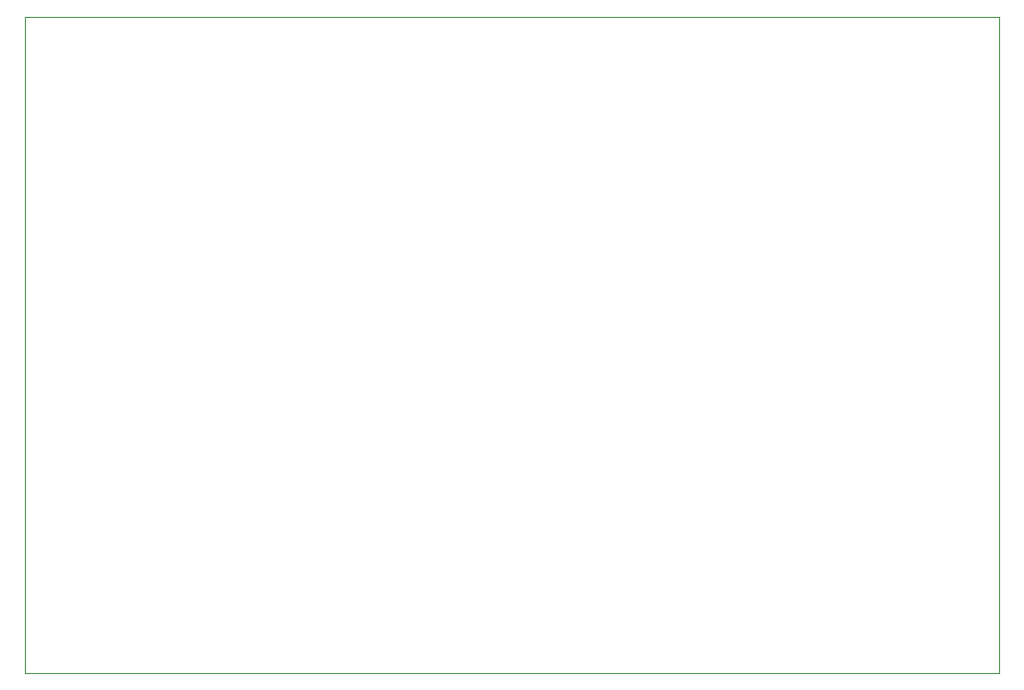
<source format=gbr>
%TF.GenerationSoftware,KiCad,Pcbnew,7.0.7*%
%TF.CreationDate,2024-03-07T15:54:46+13:00*%
%TF.ProjectId,high_v_converter,68696768-5f76-45f6-936f-6e7665727465,rev?*%
%TF.SameCoordinates,Original*%
%TF.FileFunction,Profile,NP*%
%FSLAX46Y46*%
G04 Gerber Fmt 4.6, Leading zero omitted, Abs format (unit mm)*
G04 Created by KiCad (PCBNEW 7.0.7) date 2024-03-07 15:54:46*
%MOMM*%
%LPD*%
G01*
G04 APERTURE LIST*
%TA.AperFunction,Profile*%
%ADD10C,0.100000*%
%TD*%
G04 APERTURE END LIST*
D10*
X188400000Y-137825000D02*
X105500000Y-137825000D01*
X105500000Y-81925000D01*
X188400000Y-81925000D01*
X188400000Y-137825000D01*
M02*

</source>
